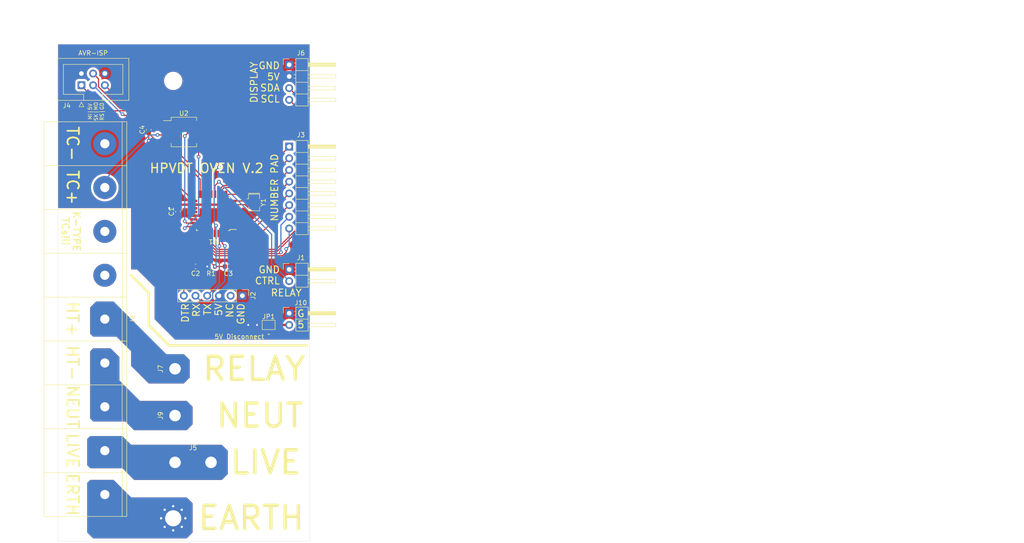
<source format=kicad_pcb>
(kicad_pcb (version 20221018) (generator pcbnew)
  (title_block (title "Oven") (date "2022-03-16") (rev "2") (company "HPVDT") (comment 1 "Based off an Arduino Nano, can be used as one.") (comment 2 "screen, 5V charger, solid state relay, and a keypad.") (comment 3 "Designed to fit in an old metal power supply case along side a ") (comment 4 "Oven control board"))
  (layers (0 "F.Cu" signal) (31 "B.Cu" signal) (34 "B.Paste" user) (35 "F.Paste" user) (36 "B.SilkS" user "B.Silkscreen") (37 "F.SilkS" user "F.Silkscreen") (38 "B.Mask" user) (39 "F.Mask" user) (44 "Edge.Cuts" user))
  (net 0 "")
  (net 1 "NEUT")
  (net 2 "LINE")
  (net 3 "GNDPWR")
  (net 4 "GND")
  (net 5 "+5V")
  (net 6 "/RST")
  (net 7 "/DTR")
  (net 9 "/TC+")
  (net 10 "/RELAY")
  (net 11 "/SCL")
  (net 12 "/SDA")
  (net 13 "/COL_{3}")
  (net 15 "/ROW_{1}")
  (net 16 "/ROW_{2}")
  (net 17 "/ROW_{3}")
  (net 18 "/ROW_{4}")
  (net 19 "/COL_{1}")
  (net 20 "/COL_{2}")
  (net 21 "/MOSI")
  (net 22 "/SCK")
  (net 23 "/MISO")
  (net 24 "/TX")
  (net 25 "/RX")
  (net 26 "/MAX_{~{CS}}")
  (net 27 "/RELAY_RTN")
  (net 29 "/COL_{4}")
  (net 30 "Net-(J10-Pin_2)")
  (net 31 "/MAX_{SCK}")
  (net 32 "Net-(U1-XTAL1{slash}PB6)")
  (net 33 "Net-(U1-XTAL2{slash}PB7)")
  (net 35 "/MAX_{SO}")
  (footprint "oven:9POS-TERMBLOCK" (layer "F.Cu") (at 69.5325 114.3 -90)
    (fp_text reference "J8" (at 0 -1.27 90) (layer "F.SilkS"))
    (fp_text value "OUTPUT")
    (pad "1" thru_hole circle locked (at -38.1 4.7625 270) (size 5 5) (drill 2) (layers "*.Cu" "*.Mask") (net 4 "GND"))
    (pad "2" thru_hole circle locked (at -28.575 4.7625 270) (size 5 5) (drill 2) (layers "*.Cu" "*.Mask") (net 9 "/TC+"))
    (pad "3" thru_hole circle locked (at -19.05 4.7625 270) (size 5 5) (drill 2) (layers "*.Cu" "*.Mask"))
    (pad "4" thru_hole circle locked (at -9.525 4.7625 270) (size 5 5) (drill 2) (layers "*.Cu" "*.Mask"))
    (pad "5" thru_hole circle locked (at 0 4.7625 270) (size 5 5) (drill 2) (layers "*.Cu" "*.Mask") (net 27 "/RELAY_RTN"))
    (pad "6" thru_hole circle locked (at 9.525 4.7625 270) (size 5 5) (drill 2) (layers "*.Cu" "*.Mask") (net 1 "NEUT"))
    (pad "7" thru_hole circle locked (at 19.05 4.7625 270) (size 5 5) (drill 2) (layers "*.Cu" "*.Mask") (net 1 "NEUT"))
    (pad "8" thru_hole circle locked (at 28.575 4.7625 270) (size 5 5) (drill 2) (layers "*.Cu" "*.Mask") (net 2 "LINE"))
    (pad "9" thru_hole circle locked (at 38.1 4.7625 270) (size 5 5) (drill 2) (layers "*.Cu" "*.Mask") (net 3 "GNDPWR"))
  )
  (footprint "Package_QFP:TQFP-32_7x7mm_P0.8mm" (layer "F.Cu") (at 88.265 91.44 180)
    (fp_text reference "U1" (at 0 -6.05 180 unlocked) (layer "F.SilkS"))
    (fp_text value "ATmega328-AU")
    (pad "1" smd rect (at -4.25 -2.8 180) (size 1.6 0.55) (layers "F.Cu" "F.Paste" "F.Mask") (net 15 "/ROW_{1}"))
    (pad "2" smd rect (at -4.25 -2 180) (size 1.6 0.55) (layers "F.Cu" "F.Paste" "F.Mask") (net 29 "/COL_{4}"))
    (pad "3" smd rect (at -4.25 -1.2 180) (size 1.6 0.55) (layers "F.Cu" "F.Paste" "F.Mask") (net 4 "GND"))
    (pad "4" smd rect (at -4.25 -0.4 180) (size 1.6 0.55) (layers "F.Cu" "F.Paste" "F.Mask") (net 5 "+5V"))
    (pad "5" smd rect (at -4.25 0.4 180) (size 1.6 0.55) (layers "F.Cu" "F.Paste" "F.Mask") (net 4 "GND"))
    (pad "6" smd rect (at -4.25 1.2 180) (size 1.6 0.55) (layers "F.Cu" "F.Paste" "F.Mask") (net 5 "+5V"))
    (pad "7" smd rect (at -4.25 2 180) (size 1.6 0.55) (layers "F.Cu" "F.Paste" "F.Mask") (net 32 "Net-(U1-XTAL1{slash}PB6)"))
    (pad "8" smd rect (at -4.25 2.8 180) (size 1.6 0.55) (layers "F.Cu" "F.Paste" "F.Mask") (net 33 "Net-(U1-XTAL2{slash}PB7)"))
    (pad "9" smd rect (at -2.8 4.25 270) (size 1.6 0.55) (layers "F.Cu" "F.Paste" "F.Mask") (net 13 "/COL_{3}"))
    (pad "10" smd rect (at -2 4.25 270) (size 1.6 0.55) (layers "F.Cu" "F.Paste" "F.Mask") (net 20 "/COL_{2}"))
    (pad "11" smd rect (at -1.2 4.25 270) (size 1.6 0.55) (layers "F.Cu" "F.Paste" "F.Mask") (net 19 "/COL_{1}"))
    (pad "12" smd rect (at -0.4 4.25 270) (size 1.6 0.55) (layers "F.Cu" "F.Paste" "F.Mask") (net 10 "/RELAY"))
    (pad "13" smd rect (at 0.4 4.25 270) (size 1.6 0.55) (layers "F.Cu" "F.Paste" "F.Mask") (net 26 "/MAX_{~{CS}}"))
    (pad "14" smd rect (at 1.2 4.25 270) (size 1.6 0.55) (layers "F.Cu" "F.Paste" "F.Mask"))
    (pad "15" smd rect (at 2 4.25 270) (size 1.6 0.55) (layers "F.Cu" "F.Paste" "F.Mask") (net 21 "/MOSI"))
    (pad "16" smd rect (at 2.8 4.25 270) (size 1.6 0.55) (layers "F.Cu" "F.Paste" "F.Mask") (net 23 "/MISO"))
    (pad "17" smd rect (at 4.25 2.8 180) (size 1.6 0.55) (layers "F.Cu" "F.Paste" "F.Mask") (net 22 "/SCK"))
    (pad "18" smd rect (at 4.25 2 180) (size 1.6 0.55) (layers "F.Cu" "F.Paste" "F.Mask") (net 5 "+5V"))
    (pad "19" smd rect (at 4.25 1.2 180) (size 1.6 0.55) (layers "F.Cu" "F.Paste" "F.Mask"))
    (pad "20" smd rect (at 4.25 0.4 180) (size 1.6 0.55) (layers "F.Cu" "F.Paste" "F.Mask"))
    (pad "21" smd rect (at 4.25 -0.4 180) (size 1.6 0.55) (layers "F.Cu" "F.Paste" "F.Mask") (net 4 "GND"))
    (pad "22" smd rect (at 4.25 -1.2 180) (size 1.6 0.55) (layers "F.Cu" "F.Paste" "F.Mask"))
    (pad "23" smd rect (at 4.25 -2 180) (size 1.6 0.55) (layers "F.Cu" "F.Paste" "F.Mask") (net 35 "/MAX_{SO}"))
    (pad "24" smd rect (at 4.25 -2.8 180) (size 1.6 0.55) (layers "F.Cu" "F.Paste" "F.Mask") (net 31 "/MAX_{SCK}"))
    (pad "25" smd rect (at 2.8 -4.25 270) (size 1.6 0.55) (layers "F.Cu" "F.Paste" "F.Mask") (net 18 "/ROW_{4}"))
    (pad "26" smd rect (at 2 -4.25 270) (size 1.6 0.55) (layers "F.Cu" "F.Paste" "F.Mask") (net 17 "/ROW_{3}"))
    (pad "27" smd rect (at 1.2 -4.25 270) (size 1.6 0.55) (layers "F.Cu" "F.Paste" "F.Mask") (net 12 "/SDA"))
    (pad "28" smd rect (at 0.4 -4.25 270) (size 1.6 0.55) (layers "F.Cu" "F.Paste" "F.Mask") (net 11 "/SCL"))
    (pad "29" smd rect (at -0.4 -4.25 270) (size 1.6 0.55) (layers "F.Cu" "F.Paste" "F.Mask") (net 6 "/RST"))
    (pad "30" smd rect (at -1.2 -4.25 270) (size 1.6 0.55) (layers "F.Cu" "F.Paste" "F.Mask") (net 25 "/RX"))
    (pad "31" smd rect (at -2 -4.25 270) (size 1.6 0.55) (layers "F.Cu" "F.Paste" "F.Mask") (net 24 "/TX"))
    (pad "32" smd rect (at -2.8 -4.25 270) (size 1.6 0.55) (layers "F.Cu" "F.Paste" "F.Mask") (net 16 "/ROW_{2}"))
  )
  (footprint "MountingHole:MountingHole_3.5mm_Pad_Via" (layer "F.Cu") (at 79.61 157.56)
    (fp_text reference "H1")
    (fp_text value "M3")
    (pad "1" thru_hole circle locked (at -2.625 0) (size 0.8 0.8) (drill 0.5) (layers "*.Cu" "*.Mask") (net 3 "GNDPWR"))
    (pad "1" thru_hole circle locked (at -1.856155 -1.856155) (size 0.8 0.8) (drill 0.5) (layers "*.Cu" "*.Mask") (net 3 "GNDPWR"))
    (pad "1" thru_hole circle locked (at -1.856155 1.856155) (size 0.8 0.8) (drill 0.5) (layers "*.Cu" "*.Mask") (net 3 "GNDPWR"))
    (pad "1" thru_hole circle locked (at 0 -2.625) (size 0.8 0.8) (drill 0.5) (layers "*.Cu" "*.Mask") (net 3 "GNDPWR"))
    (pad "1" thru_hole circle locked (at 0 0) (size 7 7) (drill 3.5) (layers "*.Cu" "*.Mask") (net 3 "GNDPWR"))
    (pad "1" thru_hole circle locked (at 0 2.625) (size 0.8 0.8) (drill 0.5) (layers "*.Cu" "*.Mask") (net 3 "GNDPWR"))
    (pad "1" thru_hole circle locked (at 1.856155 -1.856155) (size 0.8 0.8) (drill 0.5) (layers "*.Cu" "*.Mask") (net 3 "GNDPWR"))
    (pad "1" thru_hole circle locked (at 1.856155 1.856155) (size 0.8 0.8) (drill 0.5) (layers "*.Cu" "*.Mask") (net 3 "GNDPWR"))
    (pad "1" thru_hole circle locked (at 2.625 0) (size 0.8 0.8) (drill 0.5) (layers "*.Cu" "*.Mask") (net 3 "GNDPWR"))
  )
  (footprint "MountingHole:MountingHole_3.5mm" (layer "F.Cu") (at 79.61 62.56)
    (fp_text reference "H2")
    (fp_text value "M3")
    (pad "" np_thru_hole circle locked (at 0 0) (size 3.5 3.5) (drill 3.5) (layers "*.Cu" "*.Mask"))
  )
  (footprint "Capacitor_SMD:C_0603_1608Metric" (layer "F.Cu") (at 74.295 73.165 -90)
    (fp_text reference "C4" (at -0.013 1.397 90) (layer "F.SilkS"))
    (fp_text value "100n")
    (pad "1" smd roundrect (at -0.775 0 270) (size 0.9 0.95) (layers "F.Cu" "F.Paste" "F.Mask") (net 4 "GND"))
    (pad "2" smd roundrect (at 0.775 0 270) (size 0.9 0.95) (layers "F.Cu" "F.Paste" "F.Mask") (net 5 "+5V"))
  )
  (footprint "Capacitor_SMD:C_0603_1608Metric" (layer "F.Cu") (at 91.58 102.87 180)
    (fp_text reference "C3" (at 0 -1.524) (layer "F.SilkS"))
    (fp_text value "4n7")
    (pad "1" smd roundrect (at -0.775 0 180) (size 0.9 0.95) (layers "F.Cu" "F.Paste" "F.Mask") (net 4 "GND"))
    (pad "2" smd roundrect (at 0.775 0 180) (size 0.9 0.95) (layers "F.Cu" "F.Paste" "F.Mask") (net 6 "/RST"))
  )
  (footprint "Capacitor_SMD:C_0603_1608Metric" (layer "F.Cu") (at 84.455 102.87)
    (fp_text reference "C2" (at 0 1.524) (layer "F.SilkS"))
    (fp_text value "100n")
    (pad "1" smd roundrect (at -0.775 0) (size 0.9 0.95) (layers "F.Cu" "F.Paste" "F.Mask") (net 7 "/DTR"))
    (pad "2" smd roundrect (at 0.775 0) (size 0.9 0.95) (layers "F.Cu" "F.Paste" "F.Mask") (net 6 "/RST"))
  )
  (footprint "Capacitor_SMD:C_0603_1608Metric" (layer "F.Cu") (at 80.645 90.945 90)
    (fp_text reference "C1" (at 0 -1.43 90) (layer "F.SilkS"))
    (fp_text value "100n")
    (pad "1" smd roundrect (at -0.775 0 90) (size 0.9 0.95) (layers "F.Cu" "F.Paste" "F.Mask") (net 4 "GND"))
    (pad "2" smd roundrect (at 0.775 0 90) (size 0.9 0.95) (layers "F.Cu" "F.Paste" "F.Mask") (net 5 "+5V"))
  )
  (footprint "Connector_PinHeader_2.54mm:PinHeader_1x02_P2.54mm_Horizontal" (layer "F.Cu") (at 104.775 113.03)
    (fp_text reference "J10" (at 2.54 -2.27) (layer "F.SilkS"))
    (fp_text value "5V_IN")
    (pad "1" thru_hole rect (at 0 0) (size 1.7 1.7) (drill 1) (layers "*.Cu" "*.Mask") (net 4 "GND"))
    (pad "2" thru_hole oval (at 0 2.54) (size 1.7 1.7) (drill 1) (layers "*.Cu" "*.Mask") (net 30 "Net-(J10-Pin_2)"))
  )
  (footprint "Connector_Wire:SolderWire-2sqmm_1x01_D2mm_OD3.9mm" (layer "F.Cu") (at 80.01 125.095 90)
    (fp_text reference "J7" (at 0 -3.15 90) (layer "F.SilkS"))
    (fp_text value "RELAY_PWR")
    (pad "1" thru_hole roundrect (at 0 0 90) (size 3.9 3.9) (drill 2.5) (layers "*.Cu" "*.Mask") (roundrect_rratio 0.06410307692) (net 27 "/RELAY_RTN"))
  )
  (footprint "Connector_Wire:SolderWire-2sqmm_1x02_P7.8mm_D2mm_OD3.9mm" (layer "F.Cu") (at 80.01 145.415)
    (fp_text reference "J5" (at 3.9 -3.15) (layer "F.SilkS"))
    (fp_text value "LIVE")
    (pad "1" thru_hole roundrect (at 0 0) (size 3.9 3.9) (drill 2.5) (layers "*.Cu" "*.Mask") (roundrect_rratio 0.06410307692) (net 2 "LINE"))
    (pad "2" thru_hole circle (at 7.8 0) (size 3.9 3.9) (drill 2.5) (layers "*.Cu" "*.Mask") (net 2 "LINE"))
  )
  (footprint "Connector_PinHeader_2.54mm:PinHeader_1x02_P2.54mm_Horizontal" (layer "F.Cu") (at 104.775 103.505)
    (fp_text reference "J1" (at 2.54 -2.54) (layer "F.SilkS"))
    (fp_text value "RELAY_CTRL")
    (pad "1" thru_hole rect (at 0 0) (size 1.7 1.7) (drill 1) (layers "*.Cu" "*.Mask") (net 4 "GND"))
    (pad "2" thru_hole oval (at 0 2.54) (size 1.7 1.7) (drill 1) (layers "*.Cu" "*.Mask") (net 10 "/RELAY"))
  )
  (footprint "Connector_PinHeader_2.54mm:PinHeader_1x04_P2.54mm_Horizontal" (layer "F.Cu") (at 104.775 59.055)
    (fp_text reference "J6" (at 2.54 -2.54) (layer "F.SilkS"))
    (fp_text value "DISPLAY")
    (pad "1" thru_hole rect (at 0 0) (size 1.7 1.7) (drill 1) (layers "*.Cu" "*.Mask") (net 4 "GND"))
    (pad "2" thru_hole oval (at 0 2.54) (size 1.7 1.7) (drill 1) (layers "*.Cu" "*.Mask") (net 5 "+5V"))
    (pad "3" thru_hole oval (at 0 5.08) (size 1.7 1.7) (drill 1) (layers "*.Cu" "*.Mask") (net 12 "/SDA"))
    (pad "4" thru_hole oval (at 0 7.62) (size 1.7 1.7) (drill 1) (layers "*.Cu" "*.Mask") (net 11 "/SCL"))
  )
  (footprint "Connector_PinHeader_2.54mm:PinHeader_1x08_P2.54mm_Horizontal" (layer "F.Cu") (at 104.775 76.835)
    (fp_text reference "J3" (at 2.54 -2.54) (layer "F.SilkS"))
    (fp_text value "NUMPAD")
    (pad "1" thru_hole rect (at 0 0) (size 1.7 1.7) (drill 1) (layers "*.Cu" "*.Mask") (net 19 "/COL_{1}"))
    (pad "2" thru_hole oval (at 0 2.54) (size 1.7 1.7) (drill 1) (layers "*.Cu" "*.Mask") (net 20 "/COL_{2}"))
    (pad "3" thru_hole oval (at 0 5.08) (size 1.7 1.7) (drill 1) (layers "*.Cu" "*.Mask") (net 13 "/COL_{3}"))
    (pad "4" thru_hole oval (at 0 7.62) (size 1.7 1.7) (drill 1) (layers "*.Cu" "*.Mask") (net 29 "/COL_{4}"))
    (pad "5" thru_hole oval (at 0 10.16) (size 1.7 1.7) (drill 1) (layers "*.Cu" "*.Mask") (net 15 "/ROW_{1}"))
    (pad "6" thru_hole oval (at 0 12.7) (size 1.7 1.7) (drill 1) (layers "*.Cu" "*.Mask") (net 16 "/ROW_{2}"))
    (pad "7" thru_hole oval (at 0 15.24) (size 1.7 1.7) (drill 1) (layers "*.Cu" "*.Mask") (net 17 "/ROW_{3}"))
    (pad "8" thru_hole oval (at 0 17.78) (size 1.7 1.7) (drill 1) (layers "*.Cu" "*.Mask") (net 18 "/ROW_{4}"))
  )
  (footprint "Connector_PinHeader_2.54mm:PinHeader_1x06_P2.54mm_Vertical" (layer "F.Cu") (at 94.615 109.22 -90)
    (fp_text reference "J2" (at 0 -2.33 90) (layer "F.SilkS"))
    (fp_text value "SERIAL")
    (pad "1" thru_hole rect (at 0 0 270) (size 1.7 1.7) (drill 1) (layers "*.Cu" "*.Mask") (net 4 "GND"))
    (pad "2" thru_hole oval (at 0 2.54 270) (size 1.7 1.7) (drill 1) (layers "*.Cu" "*.Mask"))
    (pad "3" thru_hole oval (at 0 5.08 270) (size 1.7 1.7) (drill 1) (layers "*.Cu" "*.Mask") (net 5 "+5V"))
    (pad "4" thru_hole oval (at 0 7.62 270) (size 1.7 1.7) (drill 1) (layers "*.Cu" "*.Mask") (net 25 "/RX"))
    (pad "5" thru_hole oval (at 0 10.16 270) (size 1.7 1.7) (drill 1) (layers "*.Cu" "*.Mask") (net 24 "/TX"))
    (pad "6" thru_hole oval (at 0 12.7 270) (size 1.7 1.7) (drill 1) (layers "*.Cu" "*.Mask") (net 7 "/DTR"))
  )
  (footprint "Jumper:SolderJumper-2_P1.3mm_Bridged_Pad1.0x1.5mm" (layer "F.Cu") (at 100.315 115.57)
    (fp_text reference "JP1" (at 0 -1.8) (layer "F.SilkS"))
    (fp_text value "5V_{SUP}")
    (fp_poly (pts (xy -0.25 -0.3) (xy 0.25 -0.3) (xy 0.25 0.3) (xy -0.25 0.3)) (fill solid) (layer "F.Cu"))
    (pad "1" smd rect (at -0.65 0) (size 1 1.5) (layers "F.Cu" "F.Mask") (net 5 "+5V"))
    (pad "2" smd rect (at 0.65 0) (size 1 1.5) (layers "F.Cu" "F.Mask") (net 30 "Net-(J10-Pin_2)"))
  )
  (footprint "Resistor_SMD:R_0603_1608Metric" (layer "F.Cu") (at 87.82 102.87)
    (fp_text reference "R1" (at 0 1.524) (layer "F.SilkS"))
    (fp_text value "10K")
    (pad "1" smd roundrect (at -0.825 0) (size 0.8 0.95) (layers "F.Cu" "F.Paste" "F.Mask") (net 5 "+5V"))
    (pad "2" smd roundrect (at 0.825 0) (size 0.8 0.95) (layers "F.Cu" "F.Paste" "F.Mask") (net 6 "/RST"))
  )
  (footprint "Package_SO:SO-8_5.3x6.2mm_P1.27mm" (layer "F.Cu") (at 81.915 73.66)
    (fp_text reference "U2" (at 0 -4.05) (layer "F.SilkS"))
    (fp_text value "MAX6675")
    (pad "1" smd roundrect (at -3.5 -1.905) (size 1.9 0.6) (layers "F.Cu" "F.Paste" "F.Mask") (net 4 "GND"))
    (pad "2" smd roundrect (at -3.5 -0.635) (size 1.9 0.6) (layers "F.Cu" "F.Paste" "F.Mask") (net 4 "GND"))
    (pad "3" smd roundrect (at -3.5 0.635) (size 1.9 0.6) (layers "F.Cu" "F.Paste" "F.Mask") (net 9 "/TC+"))
    (pad "4" smd roundrect (at -3.5 1.905) (size 1.9 0.6) (layers "F.Cu" "F.Paste" "F.Mask") (net 5 "+5V"))
    (pad "5" smd roundrect (at 3.5 1.905) (size 1.9 0.6) (layers "F.Cu" "F.Paste" "F.Mask") (net 31 "/MAX_{SCK}"))
    (pad "6" smd roundrect (at 3.5 0.635) (size 1.9 0.6) (layers "F.Cu" "F.Paste" "F.Mask") (net 26 "/MAX_{~{CS}}"))
    (pad "7" smd roundrect (at 3.5 -0.635) (size 1.9 0.6) (layers "F.Cu" "F.Paste" "F.Mask") (net 35 "/MAX_{SO}"))
    (pad "8" smd roundrect (at 3.5 -1.905) (size 1.9 0.6) (layers "F.Cu" "F.Paste" "F.Mask"))
  )
  (footprint "Crystal:Resonator_SMD_muRata_CSTxExxV-3Pin_3.0x1.1mm" (layer "F.Cu") (at 97.155 88.97 -90)
    (fp_text reference "Y1" (at 0 -2 90) (layer "F.SilkS"))
    (fp_text value "16M")
    (pad "1" smd rect (at -1.2 0 270) (size 0.4 1.9) (layers "F.Cu" "F.Paste" "F.Mask") (net 33 "Net-(U1-XTAL2{slash}PB7)"))
    (pad "2" smd rect (at 0 0 270) (size 0.4 1.9) (layers "F.Cu" "F.Paste" "F.Mask") (net 4 "GND"))
    (pad "3" smd rect (at 1.2 0 270) (size 0.4 1.9) (layers "F.Cu" "F.Paste" "F.Mask") (net 32 "Net-(U1-XTAL1{slash}PB6)"))
  )
  (footprint "Connector_Wire:SolderWire-2sqmm_1x01_D2mm_OD3.9mm" (layer "F.Cu") (at 80.01 135.255 90)
    (fp_text reference "J9" (at 0 -3.15 90) (layer "F.SilkS"))
    (fp_text value "NEUTRAL")
    (pad "1" thru_hole roundrect (at 0 0 90) (size 3.9 3.9) (drill 2.5) (layers "*.Cu" "*.Mask") (roundrect_rratio 0.06410307692) (net 1 "NEUT"))
  )
  (footprint "Connector_IDC:IDC-Header_2x03_P2.54mm_Vertical" (layer "F.Cu") (at 59.69 63.5 90)
    (fp_text reference "J4" (at -4.445 -3.175 180) (layer "F.SilkS"))
    (fp_text value "AVR-ISP-6")
    (pad "1" thru_hole roundrect (at 0 0 90) (size 1.7 1.7) (drill 1) (layers "*.Cu" "*.Mask") (roundrect_rratio 0.1470588235) (net 23 "/MISO"))
    (pad "2" thru_hole circle (at 2.54 0 90) (size 1.7 1.7) (drill 1) (layers "*.Cu" "*.Mask") (net 5 "+5V"))
    (pad "3" thru_hole circle (at 0 2.54 90) (size 1.7 1.7) (drill 1) (layers "*.Cu" "*.Mask") (net 22 "/SCK"))
    (pad "4" thru_hole circle (at 2.54 2.54 90) (size 1.7 1.7) (drill 1) (layers "*.Cu" "*.Mask") (net 21 "/MOSI"))
    (pad "5" thru_hole circle (at 0 5.08 90) (size 1.7 1.7) (drill 1) (layers "*.Cu" "*.Mask") (net 6 "/RST"))
    (pad "6" thru_hole circle (at 2.54 5.08 90) (size 1.7 1.7) (drill 1) (layers "*.Cu" "*.Mask") (net 4 "GND"))
  )
  (gr_line (start 70.485 104.775) (end 74.295 108.585) (stroke (width 0.5)) (layer "F.SilkS"))
  (gr_line (start 74.295 115.57) (end 78.74 120.015) (stroke (width 0.5)) (layer "F.SilkS"))
  (gr_line (start 74.295 108.585) (end 74.295 115.57) (stroke (width 0.5)) (layer "F.SilkS"))
  (gr_line (start 78.74 120.015) (end 108.585 120.015) (stroke (width 0.5)) (layer "F.SilkS"))
  (gr_line (start 109.22 162.56) (end 54.61 162.56) (stroke (width 0.05)) (layer "Edge.Cuts"))
  (gr_line (start 54.61 162.56) (end 54.61 54.61) (stroke (width 0.05)) (layer "Edge.Cuts"))
  (gr_line (start 109.22 125.73) (end 109.22 162.56) (stroke (width 0.05)) (layer "Edge.Cuts"))
  (gr_line (start 54.61 54.61) (end 109.22 54.61) (stroke (width 0.05)) (layer "Edge.Cuts"))
  (gr_line (start 109.22 54.61) (end 109.22 110.49) (stroke (width 0.05)) (layer "Edge.Cuts"))
  (gr_line (start 109.22 110.49) (end 109.22 125.73) (stroke (width 0.05)) (layer "Edge.Cuts"))
  (gr_text "TC+" (at 57.785 85.725 -90) (layer "F.SilkS") (effects (font (size 2.5 2.5) (thickness 0.375))))
  (gr_text "5V Disconnect ^" (at 94.615 118.11) (layer "F.SilkS") (effects (font (size 1 1))))
  (gr_text "LIVE" (at 57.785 142.875 -90) (layer "F.SilkS") (effects (font (size 2.5 2.5) (thickness 0.375))))
  (gr_text "NEUT" (at 57.785 133.35 -90) (layer "F.SilkS") (effects (font (size 2.5 2.5) (thickness 0.375))))
  (gr_text "HT-" (at 57.785 123.825 -90) (layer "F.SilkS") (effects (font (size 2.5 2.5) (thickness 0.375))))
  (gr_text "K-TYPE\nTCs!!!" (at 57.404 95.25 -90) (layer "F.SilkS") (effects (font (size 1.5 1.5) (thickness 0.3))))
  (gr_text "DISPLAY" (at 97.155 62.865 90) (layer "F.SilkS") (effects (font (size 1.5 1.5) (thickness 0.225))))
  (gr_text "NEUT" (at 98.425 135.255) (layer "F.SilkS") (effects (font (size 5 5) (thickness 0.75))))
  (gr_text "EARTH" (at 96.52 157.48) (layer "F.SilkS") (effects (font (size 5 5) (thickness 0.75))))
  (gr_text "DTR\nRX\nTX\n5V\nNC\nGND" (at 88.265 110.744 90) (layer "F.SilkS") (effects (font (size 1.5 1.5) (thickness 0.225)) (justify right)))
  (gr_text "GND\nCTRL" (at 102.87 104.775) (layer "F.SilkS") (effects (font (size 1.5 1.5) (thickness 0.225)) (justify right)))
  (gr_text "TC-" (at 57.785 76.2 -90) (layer "F.SilkS") (effects (font (size 2.5 2.5) (thickness 0.375))))
  (gr_text "RELAY" (at 104.14 108.585) (layer "F.SilkS") (effects (font (size 1.5 1.5) (thickness 0.225))))
  (gr_text "HT+" (at 57.785 114.3 -90) (layer "F.SilkS") (effects (font (size 2.5 2.5) (thickness 0.375))))
  (gr_text "ERTH" (at 57.785 152.4 -90) (layer "F.SilkS") (effects (font (size 2.5 2.5) (thickness 0.375))))
  (gr_text "G\n5" (at 107.315 114.3) (layer "F.SilkS") (effects (font (size 1.5 1.5) (thickness 0.225))))
  (gr_text "RELAY" (at 97.155 125.095) (layer "F.SilkS") (effects (font (size 5 5) (thickness 0.75))))
  (gr_text "MI|5V\nSK|MO\nRS|GD" (at 62.865 69.215 90) (layer "F.SilkS") (effects (font (size 0.8 0.8) (thickness 0.12))))
  (gr_text "AVR-ISP" (at 62.23 56.515) (layer "F.SilkS") (effects (font (size 1 1))))
  (gr_text "GND\n5V\nSDA\nSCL" (at 102.87 62.865) (layer "F.SilkS") (effects (font (size 1.5 1.5) (thickness 0.225)) (justify right)))
  (gr_text "HPVDT OVEN V.${REVISION}" (at 86.868 81.534) (layer "F.SilkS") (effects (font (size 2 2) (thickness 0.3))))
  (gr_text "LIVE" (at 99.695 145.415) (layer "F.SilkS") (effects (font (size 5 5) (thickness 0.75))))
  (gr_text "NUMBER PAD" (at 101.6 85.725 90) (layer "F.SilkS") (effects (font (size 1.5 1.5) (thickness 0.225))))
  (segment (start 91.654998 92.64) (end 92.515 92.64) (width 0.25) (layer "F.Cu") (net 4))
  (segment (start 91.429998 92.64) (end 90.629998 91.84) (width 0.5) (layer "F.Cu") (net 4))
  (segment (start 92.515 92.64) (end 91.429998 92.64) (width 0.5) (layer "F.Cu") (net 4))
  (segment (start 91.264999 91.204999) (end 91.264999 92.475001) (width 0.5) (layer "F.Cu") (net 4))
  (segment (start 90.854998 91.84) (end 91.654998 92.64) (width 0.25) (layer "F.Cu") (net 4))
  (segment (start 99.695 89.535) (end 96.59 92.64) (width 0.25) (layer "F.Cu") (net 4))
  (segment (start 92.515 91.04) (end 91.429998 91.04) (width 0.5) (layer "F.Cu") (net 4))
  (segment (start 84.015 91.84) (end 90.854998 91.84) (width 0.25) (layer "F.Cu") (net 4))
  (segment (start 99.13 88.97) (end 99.695 89.535) (width 0.25) (layer "F.Cu") (net 4))
  (segment (start 90.629998 91.84) (end 84.015 91.84) (width 0.5) (layer "F.Cu") (net 4))
  (segment (start 80.765 91.84) (end 80.645 91.72) (width 0.5) (layer "F.Cu") (net 4))
  (segment (start 91.429998 91.04) (end 91.264999 91.204999) (width 0.5) (layer "F.Cu") (net 4))
  (segment (start 96.59 92.64) (end 92.515 92.64) (width 0.25) (layer "F.Cu") (net 4))
  (segment (start 84.015 91.84) (end 80.765 91.84) (width 0.5) (layer "F.Cu") (net 4))
  (segment (start 97.155 88.97) (end 99.13 88.97) (width 0.25) (layer "F.Cu") (net 4))
  (segment (start 91.264999 92.475001) (end 91.429998 92.64) (width 0.5) (layer "F.Cu") (net 4))
  (segment (start 93.600002 91.84) (end 92.515 91.84) (width 0.5) (layer "F.Cu") (net 5))
  (segment (start 92.515 90.24) (end 93.600002 90.24) (width 0.5) (layer "F.Cu") (net 5))
  (segment (start 81.375 89.44) (end 84.015 89.44) (width 0.5) (layer "F.Cu") (net 5))
  (segment (start 91.429998 90.24) (end 92.515 90.24) (width 0.5) (layer "F.Cu") (net 5))
  (segment (start 93.765001 90.404999) (end 93.765001 91.675001) (width 0.5) (layer "F.Cu") (net 5))
  (segment (start 99.665 115.57) (end 97.79 115.57) (width 0.5) (layer "F.Cu") (net 5))
  (segment (start 74.295 73.94) (end 74.295 75.565) (width 0.25) (layer "F.Cu") (net 5))
  (segment (start 95.885 115.57) (end 97.79 115.57) (width 0.5) (layer "F.Cu") (net 5))
  (segment (start 93.765001 91.675001) (end 93.600002 91.84) (width 0.5) (layer "F.Cu") (net 5))
  (segment (start 93.600002 90.24) (end 93.765001 90.404999) (width 0.5) (layer "F.Cu") (net 5))
  (segment (start 78.74 90.17) (end 80.645 90.17) (width 0.5) (layer "F.Cu") (net 5))
  (segment (start 90.629998 89.44) (end 91.429998 90.24) (width 0.5) (layer "F.Cu") (net 5))
  (segment (start 84.015 89.44) (end 90.629998 89.44) (width 0.5) (layer "F.Cu") (net 5))
  (segment (start 80.645 90.17) (end 81.375 89.44) (width 0.5) (layer "F.Cu") (net 5))
  (segment (start 74.295 73.94) (end 75.92 75.565) (width 0.25) (layer "F.Cu") (net 5))
  (segment (start 75.92 75.565) (end 78.415 75.565) (width 0.25) (layer "F.Cu") (net 5))
  (via (at 95.885 115.57) (size 0.8) (drill 0.4) (layers "F.Cu" "B.Cu") (net 5))
  (via (at 74.295 75.565) (size 0.8) (drill 0.4) (layers "F.Cu" "B.Cu") (net 5))
  (via (at 86.995 102.87) (size 0.8) (drill 0.4) (layers "F.Cu" "B.Cu") (net 5))
  (via (at 97.79 115.57) (size 0.8) (drill 0.4) (layers "F.Cu" "B.Cu") (net 5))
  (via (at 78.74 90.17) (size 0.8) (drill 0.4) (layers "F.Cu" "B.Cu") (net 5))
  (segment (start 74.295 75.565) (end 74.295 90.17) (width 0.25) (layer "B.Cu") (net 5))
  (segment (start 78.74 90.17) (end 74.295 90.17) (width 0.25) (layer "B.Cu") (net 5))
  (segment (start 95.885 115.57) (end 89.535 109.22) (width 0.5) (layer "B.Cu") (net 5))
  (segment (start 74.295 90.17) (end 86.995 102.87) (width 0.25) (layer "B.Cu") (net 5))
  (segment (start 67.945 66.675) (end 85.72782 66.675) (width 0.25) (layer "F.Cu") (net 6))
  (segment (start 64.77 63.5) (end 67.945 66.675) (width 0.25) (layer "F.Cu") (net 6))
  (segment (start 88.645 102.87) (end 90.805 102.87) (width 0.25) (layer "F.Cu") (net 6))
  (segment (start 88.665 94.215) (end 88.9 93.98) (width 0.25) (layer "F.Cu") (net 6))
  (segment (start 85.72782 66.675) (end 89.535 70.48218) (width 0.25) (layer "F.Cu") (net 6))
  (segment (start 88.665 95.69) (end 88.665 94.215) (width 0.25) (layer "F.Cu") (net 6))
  (segment (start 89.535 70.48218) (end 89.535 81.28) (width 0.25) (layer "F.Cu") (net 6))
  (segment (start 85.23 102.87) (end 86.03001 102.06999) (width 0.25) (layer "F.Cu") (net 6))
  (segment (start 86.03001 102.06999) (end 87.84499 102.06999) (width 0.25) (layer "F.Cu") (net 6))
  (segment (start 87.84499 102.06999) (end 88.645 102.87) (width 0.25) (layer "F.Cu") (net 6))
  (via (at 88.645 102.87) (size 0.8) (drill 0.4) (layers "F.Cu" "B.Cu") (net 6))
  (via (at 89.535 81.28) (size 0.8) (drill 0.4) (layers "F.Cu" "B.Cu") (net 6))
  (via (at 88.9 93.98) (size 0.8) (drill 0.4) (layers "F.Cu" "B.Cu") (net 6))
  (segment (start 88.500001 82.314999) (end 89.535 81.28) (width 0.25) (layer "B.Cu") (net 6))
  (segment (start 88.500001 93.580001) (end 88.500001 82.314999) (width 0.25) (layer "B.Cu") (net 6))
  (segment (start 88.9 102.615) (end 88.645 102.87) (width 0.25) (layer "B.Cu") (net 6))
  (segment (start 88.9 93.98) (end 88.9 102.615) (width 0.25) (layer "B.Cu") (net 6))
  (segment (start 88.9 93.98) (end 88.500001 93.580001) (width 0.25) (layer "B.Cu") (net 6))
  (segment (start 81.915 104.635) (end 83.68 102.87) (width 0.25) (layer "F.Cu") (net 7))
  (segment (start 81.915 109.22) (end 81.915 104.635) (width 0.25) (layer "F.Cu") (net 7))
  (segment (start 78.415 74.295) (end 76.2 74.295) (width 0.25) (layer "F.Cu") (net 9))
  (via (at 76.2 74.295) (size 0.8) (drill 0.4) (layers "F.Cu" "B.Cu") (net 9))
  (segment (start 76.2 74.295) (end 74.491998 74.295) (width 0.25) (layer "B.Cu") (net 9))
  (segment (start 64.77 84.016998) (end 64.77 85.725) (width 0.25) (layer "B.Cu") (net 9))
  (segment (start 74.491998 74.295) (end 64.77 84.016998) (width 0.25) (layer "B.Cu") (net 9))
  (segment (start 88.665 87.19) (end 88.665 85.325) (width 0.25) (layer "F.Cu") (net 10))
  (segment (start 88.665 85.325) (end 89.535 84.455) (width 0.25) (layer "F.Cu") (net 10))
  (via (at 89.535 84.455) (size 0.8) (drill 0.4) (layers "F.Cu" "B.Cu") (net 10))
  (segment (start 89.535 84.455) (end 100.965 95.885) (width 0.25) (layer "B.Cu") (net 10))
  (segment (start 104.775 106.045) (end 100.965 102.235) (width 0.25) (layer "B.Cu") (net 10))
  (segment (start 100.965 95.885) (end 100.965 102.235) (width 0.25) (layer "B.Cu") (net 10))
  (segment (start 106.68 68.58) (end 106.68 94.449002) (width 0.25) (layer "F.Cu") (net 11))
  (segment (start 89.276999 99.150001) (end 87.865 97.738002) (width 0.25) (layer "F.Cu") (net 11))
  (segment (start 101.979001 99.150001) (end 89.276999 99.150001) (width 0.25) (layer "F.Cu") (net 11))
  (segment (start 104.775 66.675) (end 106.68 68.58) (width 0.25) (layer "F.Cu") (net 11))
  (segment (start 87.865 97.738002) (end 87.865 95.69) (width 0.25) (layer "F.Cu") (net 11))
  (segment (start 106.68 94.449002) (end 101.979001 99.150001) (width 0.25) (layer "F.Cu") (net 11))
  (segment (start 87.065 97.574412) (end 89.090599 99.600011) (width 0.25) (layer "F.Cu") (net 12))
  (segment (start 102.165402 99.60001) (end 107.13001 94.635402) (width 0.25) (layer "F.Cu") (net 12))
  (segment (start 107.13001 94.635402) (end 107.13001 66.49001) (width 0.25) (layer "F.Cu") (net 12))
  (segment (start 107.13001 66.49001) (end 104.775 64.135) (width 0.25) (layer "F.Cu") (net 12))
  (segment (start 89.090599 99.600011) (end 102.165402 99.60001) (width 0.25) (layer "F.Cu") (net 12))
  (segment (start 87.065 95.69) (end 87.065 97.574412) (width 0.25) (layer "F.Cu") (net 12))
  (segment (start 91.065 87.19) (end 99.5 87.19) (width 0.25) (layer "F.Cu") (net 13))
  (segment (start 99.5 87.19) (end 104.775 81.915) (width 0.25) (layer "F.Cu") (net 13))
  (segment (start 97.53 94.24) (end 104.775 86.995) (width 0.25) (layer "F.Cu") (net 15))
  (segment (start 92.515 94.24) (end 97.53 94.24) (width 0.25) (layer "F.Cu") (net 15))
  (segment (start 91.065 95.69) (end 98.62 95.69) (width 0.25) (layer "F.Cu") (net 16))
  (segment (start 98.62 95.69) (end 104.775 89.535) (width 0.25) (layer "F.Cu") (net 16))
  (segment (start 86.265 97.41082) (end 88.9042 100.05002) (width 0.25) (layer "F.Cu") (net 17))
  (segment (start 102.740698 100.05002) (end 102.982859 99.807859) (width 0.25) (layer "F.Cu") (net 17))
  (segment (start 86.265 95.69) (end 86.265 97.41082) (width 0.25) (layer "F.Cu") (net 17))
  (segment (start 88.9042 100.05002) (end 102.740698 100.05002) (width 0.25) (layer "F.Cu") (net 17))
  (via (at 102.982859 99.807859) (size 0.8) (drill 0.4) (layers "F.Cu" "B.Cu") (net 17))
  (segment (start 102.982859 93.867141) (end 104.775 92.075) (width 0.25) (layer "B.Cu") (net 17))
  (segment (start 102.982859 99.807859) (end 102.982859 93.867141) (width 0.25) (layer "B.Cu") (net 17))
  (segment (start 88.75063 100.53286) (end 85.465 97.24723) (width 0.25) (layer "F.Cu") (net 18))
  (segment (start 85.465 97.24723) (end 85.465 95.69) (width 0.25) (layer "F.Cu") (net 18))
  (segment (start 104.14 99.06) (end 104.14 99.72372) (width 0.25) (layer "F.Cu") (net 18))
  (segment (start 104.14 99.72372) (end 103.33086 100.53286) (width 0.25) (layer "F.Cu") (net 18))
  (segment (start 103.33086 100.53286) (end 88.75063 100.53286) (width 0.25) (layer "F.Cu") (net 18))
  (via (at 104.14 99.06) (size 0.8) (drill 0.4) (layers "F.Cu" "B.Cu") (net 18))
  (segment (start 104.775 94.615) (end 104.775 98.425) (width 0.25) (layer "B.Cu") (net 18))
  (segment (start 104.775 98.425) (end 104.14 99.06) (width 0.25) (layer "B.Cu") (net 18))
  (segment (start 99.5086 85.27499) (end 90.493599 85.274991) (width 0.25) (layer "F.Cu") (net 19))
  (segment (start 104.775 76.835) (end 102.235 79.375) (width 0.25) (layer "F.Cu") (net 19))
  (segment (start 90.493599 85.274991) (end 89.465 86.30359) (width 0.25) (layer "F.Cu") (net 19))
  (segment (start 102.235 79.375) (end 102.235 82.54859) (width 0.25) (layer "F.Cu") (net 19))
  (segment (start 89.465 86.30359) (end 89.465 87.19) (width 0.25) (layer "F.Cu") (net 19))
  (segment (start 102.235 82.54859) (end 99.5086 85.27499) (width 0.25) (layer "F.Cu") (net 19))
  (segment (start 90.68 85.725) (end 99.695 85.725) (width 0.25) (layer "F.Cu") (net 20))
  (segment (start 102.87 81.28) (end 104.775 79.375) (width 0.25) (layer "F.Cu") (net 20))
  (segment (start 99.695 85.725) (end 102.87 82.55) (width 0.25) (layer "F.Cu") (net 20))
  (segment (start 90.265 86.14) (end 90.68 85.725) (width 0.25) (layer "F.Cu") (net 20))
  (segment (start 90.265 87.19) (end 90.265 86.14) (width 0.25) (layer "F.Cu") (net 20))
  (segment (start 102.87 82.55) (end 102.87 81.28) (width 0.25) (layer "F.Cu") (net 20))
  (segment (start 81.385489 78.835489) (end 86.265 83.715) (width 0.25) (layer "F.Cu") (net 21))
  (segment (start 86.265 83.715) (end 86.265 87.19) (width 0.25) (layer "F.Cu") (net 21))
  (segment (start 81.385489 70.835489) (end 81.385489 78.835489) (width 0.25) (layer "F.Cu") (net 21))
  (segment (start 79.11 68.56) (end 81.385489 70.835489) (width 0.25) (layer "F.Cu") (net 21))
  (segment (start 62.23 60.96) (end 63.404511 62.134511) (width 0.25) (layer "F.Cu") (net 21))
  (segment (start 68.11 68.56) (end 79.11 68.56) (width 0.25) (layer "F.Cu") (net 21))
  (segment (start 63.404511 62.134511) (end 63.404511 63.854511) (width 0.25) (layer "F.Cu") (net 21))
  (segment (start 63.404511 63.854511) (end 68.11 68.56) (width 0.25) (layer "F.Cu") (net 21))
  (segment (start 78.61 70.06) (end 80.16048 71.61048) (width 0.25) (layer "F.Cu") (net 22))
  (segment (start 68.61 69.7845) (end 68.8855 70.06) (width 0.25) (layer "F.Cu") (net 22))
  (segment (start 80.16048 71.61048) (end 80.16048 84.78548) (width 0.25) (layer "F.Cu") (net 22))
  (segment (start 80.16048 84.78548) (end 84.015 88.64) (width 0.25) (layer "F.Cu") (net 22))
  (segment (start 68.8855 70.06) (end 78.61 70.06) (width 0.25) (layer "F.Cu") (net 22))
  (via (at 68.61 69.7845) (size 0.8) (drill 0.4) (layers "F.Cu" "B.Cu") (net 22))
  (segment (start 68.5145 69.7845) (end 68.61 69.7845) (width 0.25) (layer "B.Cu") (net 22))
  (segment (start 62.23 63.5) (end 68.5145 69.7845) (width 0.25) (layer "B.Cu") (net 22))
  (segment (start 78.61 69.06) (end 65.11 69.06) (width 0.25) (layer "F.Cu") (net 23))
  (segment (start 80.61 71.06) (end 78.61 69.06) (width 0.25) (layer "F.Cu") (net 23))
  (segment (start 65.11 69.06) (end 59.69 63.64) (width 0.25) (layer "F.Cu") (net 23))
  (segment (start 80.61 79.06) (end 80.61 71.06) (width 0.25) (layer "F.Cu") (net 23))
  (segment (start 59.69 63.64) (end 59.69 63.5) (width 0.25) (layer "F.Cu") (net 23))
  (segment (start 85.465 87.19) (end 85.465 83.915) (width 0.25) (layer "F.Cu") (net 23))
  (segment (start 85.465 83.915) (end 80.61 79.06) (width 0.25) (layer "F.Cu") (net 23))
  (segment (start 90.265 95.69) (end 90.265 97.885) (width 0.25) (layer "F.Cu") (net 24))
  (segment (start 90.265 97.885) (end 90.805 98.425) (width 0.25) (layer "F.Cu") (net 24))
  (via (at 90.805 98.425) (size 0.8) (drill 0.4) (layers "F.Cu" "B.Cu") (net 24))
  (segment (start 87.559001 110.395001) (end 85.630001 110.395001) (width 0.25) (layer "B.Cu") (net 24))
  (segment (start 90.805 106.04641) (end 88.170001 108.681409) (width 0.25) (layer "B.Cu") (net 24))
  (segment (start 90.805 98.425) (end 90.805 106.04641) (width 0.25) (layer "B.Cu") (net 24))
  (segment (start 85.630001 110.395001) (end 84.455 109.22) (width 0.25) (layer "B.Cu") (net 24))
  (segment (start 88.170001 108.681409) (end 88.170001 109.784001) (width 0.25) (layer "B.Cu") (net 24))
  (segment (start 88.170001 109.784001) (end 87.559001 110.395001) (width 0.25) (layer "B.Cu") (net 24))
  (segment (start 89.625 98.425) (end 89.625 95.85) (width 0.25) (layer "F.Cu") (net 25))
  (segment (start 89.625 95.85) (end 89.465 95.69) (width 0.25) (layer "F.Cu") (net 25))
  (via (at 89.625 98.425) (size 0.8) (drill 0.4) (layers "F.Cu" "B.Cu") (net 25))
  (segment (start 89.625 106.59) (end 89.625 98.425) (width 0.25) (layer "B.Cu") (net 25))
  (segment (start 86.995 109.22) (end 89.625 106.59) (width 0.25) (layer "B.Cu") (net 25))
  (segment (start 85.766072 74.295) (end 85.415 74.295) (width 0.25) (layer "F.Cu") (net 26))
  (segment (start 87.865 87.19) (end 87.865 76.393928) (width 0.25) (layer "F.Cu") (net 26))
  (segment (start 87.865 76.393928) (end 85.766072 74.295) (width 0.25) (layer "F.Cu") (net 26))
  (segment (start 102.87 87.63) (end 97.06 93.44) (width 0.25) (layer "F.Cu") (net 29))
  (segment (start 97.06 93.44) (end 92.515 93.44) (width 0.25) (layer "F.Cu") (net 29))
  (segment (start 102.87 86.36) (end 102.87 87.63) (width 0.25) (layer "F.Cu") (net 29))
  (segment (start 104.775 84.455) (end 102.87 86.36) (width 0.25) (layer "F.Cu") (net 29))
  (segment (start 100.965 115.57) (end 104.775 115.57) (width 0.5) (layer "F.Cu") (net 30))
  (segment (start 85.11 75.87) (end 85.415 75.565) (width 0.25) (layer "F.Cu") (net 31))
  (segment (start 82.43 94.24) (end 82.11 94.56) (width 0.25) (layer "F.Cu") (net 31))
  (segment (start 85.11 79.06) (end 85.11 75.87) (width 0.25) (layer "F.Cu") (net 31))
  (segment (start 84.015 94.24) (end 82.43 94.24) (width 0.25) (layer "F.Cu") (net 31))
  (via (at 85.11 79.06) (size 0.8) (drill 0.4) (layers "F.Cu" "B.Cu") (net 31))
  (via (at 82.11 94.56) (size 0.8) (drill 0.4) (layers "F.Cu" "B.Cu") (net 31))
  (segment (start 85.11 91.56) (end 85.11 79.06) (width 0.25) (layer "B.Cu") (net 31))
  (segment (start 82.11 94.56) (end 85.11 91.56) (width 0.25) (layer "B.Cu") (net 31))
  (segment (start 95.955 90.17) (end 95.225 89.44) (width 0.25) (layer "F.Cu") (net 32))
  (segment (start 97.155 90.17) (end 95.955 90.17) (width 0.25) (layer "F.Cu") (net 32))
  (segment (start 95.225 89.44) (end 92.515 89.44) (width 0.25) (layer "F.Cu") (net 32))
  (segment (start 95.745 87.77) (end 97.155 87.77) (width 0.25) (layer "F.Cu") (net 33))
  (segment (start 92.515 88.64) (end 94.875 88.64) (width 0.25) (layer "F.Cu") (net 33))
  (segment (start 94.875 88.64) (end 95.745 87.77) (width 0.25) (layer "F.Cu") (net 33))
  (segment (start 83.645 73.025) (end 82.11 74.56) (width 0.25) (layer "F.Cu") (net 35))
  (segment (start 82.49 93.44) (end 82.11 93.06) (width 0.25) (layer "F.Cu") (net 35))
  (segment (start 84.015 93.44) (end 82.49 93.44) (width 0.25) (layer "F.Cu") (net 35))
  (segment (start 85.415 73.025) (end 83.645 73.025) (width 0.25) (layer "F.Cu") (net 35))
  (via (at 82.11 74.56) (size 0.8) (drill 0.4) (layers "F.Cu" "B.Cu") (net 35))
  (via (at 82.11 93.06) (size 0.8) (drill 0.4) (layers "F.Cu" "B.Cu") (net 35))
  (segment (start 82.11 93.06) (end 82.11 74.56) (width 0.25) (layer "B.Cu") (net 35))
  (zone (net 4) (net_name "GND") (layer "F.Cu") (connect_pads yes (clearance 0.508)) (min_thickness 0.254) (fill yes (thermal_gap 0.508) (thermal_bridge_width 0.508))
    (polygon (pts (xy 109.22 118.745) (xy 80.01 118.745) (xy 75.565 114.3) (xy 75.565 107.315) (xy 71.755 103.505) (xy 70.485 103.505) (xy 70.485 90.17) (xy 54.61 90.17) (xy 54.61 54.61) (xy 109.22 54.61)))
  )
  (zone (net 1) (net_name "NEUT") (layer "F.Cu") (connect_pads yes (clearance 0.508)) (min_thickness 0.254) (fill yes (thermal_gap 0.508) (thermal_bridge_width 0.508))
    (polygon (pts (xy 67.945 122.555) (xy 67.945 127.635) (xy 72.39 132.08) (xy 82.55 132.08) (xy 83.82 133.35) (xy 83.82 137.16) (xy 82.55 138.43) (xy 71.12 138.43) (xy 69.215 136.525) (xy 62.23 136.525) (xy 61.595 135.89) (xy 61.595 121.285) (xy 62.23 120.65) (xy 66.04 120.65)))
  )
  (zone (net 2) (net_name "LINE") (layer "F.Cu") (connect_pads yes (clearance 0.508)) (min_thickness 0.254) (fill yes (thermal_gap 0.508) (thermal_bridge_width 0.508))
    (polygon (pts (xy 70.485 141.605) (xy 90.17 141.605) (xy 91.44 142.875) (xy 91.44 147.955) (xy 90.17 149.225) (xy 71.12 149.225) (xy 68.58 146.685) (xy 61.595 146.685) (xy 60.96 146.05) (xy 60.96 140.335) (xy 61.595 139.7) (xy 68.58 139.7)))
  )
  (zone (net 3) (net_name "GNDPWR") (layer "F.Cu") (connect_pads yes (clearance 0.508)) (min_thickness 0.254) (fill yes (thermal_gap 0.508) (thermal_bridge_width 0.508))
    (polygon (pts (xy 70.485 153.035) (xy 82.55 153.035) (xy 83.82 154.305) (xy 83.82 160.655) (xy 82.55 161.925) (xy 62.23 161.925) (xy 60.96 160.655) (xy 60.96 149.86) (xy 61.595 149.225) (xy 66.675 149.225)))
  )
  (zone (net 27) (net_name "/RELAY_RTN") (layer "F.Cu") (connect_pads yes (clearance 0.508)) (min_thickness 0.254) (fill yes (thermal_gap 0.508) (thermal_bridge_width 0.508))
    (polygon (pts (xy 78.105 121.92) (xy 81.915 121.92) (xy 83.185 123.19) (xy 83.185 127) (xy 81.915 128.27) (xy 74.295 128.27) (xy 70.485 124.46) (xy 70.485 121.285) (xy 67.31 118.11) (xy 62.23 118.11) (xy 61.595 117.475) (xy 61.595 111.76) (xy 62.865 110.49) (xy 66.675 110.49)))
  )
  (zone (net 0) (net_name "") (layers "F&B.Cu") (connect_pads yes (clearance 0)) (min_thickness 0.254)
    (keepout (tracks not_allowed) (vias not_allowed) (pads allowed) (copperpour not_allowed) (footprints allowed))
    (fill (thermal_gap 0.508) (thermal_bridge_width 0.508))
    (polygon (pts (xy 61.595 105.41) (xy 53.34 105.41) (xy 53.34 104.14) (xy 61.595 104.14)))
  )
  (zone (net 0) (net_name "") (layers "F&B.Cu") (connect_pads yes (clearance 0)) (min_thickness 0.254)
    (keepout (tracks not_allowed) (vias not_allowed) (pads allowed) (copperpour not_allowed) (footprints allowed))
    (fill (thermal_gap 0.508) (thermal_bridge_width 0.508))
    (polygon (pts (xy 74.93 107.95) (xy 74.93 114.935) (xy 79.375 119.38) (xy 109.855 119.38) (xy 109.855 120.65) (xy 78.105 120.65) (xy 73.025 115.57) (xy 73.025 108.585) (xy 69.85 105.41) (xy 67.945 105.41) (xy 67.945 104.14) (xy 71.12 104.14)))
  )
  (zone (net 3) (net_name "GNDPWR") (layer "B.Cu") (connect_pads yes (clearance 0.508)) (min_thickness 0.254) (fill yes (thermal_gap 0.508) (thermal_bridge_width 0.508))
    (polygon (pts (xy 70.485 153.035) (xy 82.55 153.035) (xy 83.82 154.305) (xy 83.82 160.655) (xy 82.55 161.925) (xy 62.23 161.925) (xy 60.96 160.655) (xy 60.96 149.86) (xy 61.595 149.225) (xy 66.675 149.225)))
  )
  (zone (net 2) (net_name "LINE") (layer "B.Cu") (connect_pads yes (clearance 0.508)) (min_thickness 0.254) (fill yes (thermal_gap 0.508) (thermal_bridge_width 0.508))
    (polygon (pts (xy 70.485 141.605) (xy 90.17 141.605) (xy 91.44 142.875) (xy 91.44 147.955) (xy 90.17 149.225) (xy 71.12 149.225) (xy 68.58 146.685) (xy 61.595 146.685) (xy 60.96 146.05) (xy 60.96 140.335) (xy 61.595 139.7) (xy 68.58 139.7)))
  )
  (zone (net 1) (net_name "NEUT") (layer "B.Cu") (connect_pads yes (clearance 0.508)) (min_thickness 0.254) (fill yes (thermal_gap 0.508) (thermal_bridge_width 0.508))
    (polygon (pts (xy 67.945 122.555) (xy 67.945 127.635) (xy 72.39 132.08) (xy 82.55 132.08) (xy 83.82 133.35) (xy 83.82 137.16) (xy 82.55 138.43) (xy 71.12 138.43) (xy 69.215 136.525) (xy 62.23 136.525) (xy 61.595 135.89) (xy 61.595 121.285) (xy 62.23 120.65) (xy 66.04 120.65)))
  )
  (zone (net 27) (net_name "/RELAY_RTN") (layer "B.Cu") (connect_pads yes (clearance 0.508)) (min_thickness 0.254) (fill yes (thermal_gap 0.508) (thermal_bridge_width 0.508))
    (polygon (pts (xy 78.105 121.92) (xy 81.915 121.92) (xy 83.185 123.19) (xy 83.185 127) (xy 81.915 128.27) (xy 74.295 128.27) (xy 70.485 124.46) (xy 70.485 121.285) (xy 67.31 118.11) (xy 62.23 118.11) (xy 61.595 117.475) (xy 61.595 111.76) (xy 62.865 110.49) (xy 66.675 110.49)))
  )
  (zone (net 5) (net_name "+5V") (layer "B.Cu") (connect_pads yes (clearance 0.508)) (min_thickness 0.254) (fill yes (thermal_gap 0.508) (thermal_bridge_width 0.508))
    (polygon (pts (xy 109.22 118.745) (xy 80.01 118.745) (xy 75.565 114.3) (xy 75.565 107.315) (xy 71.755 103.505) (xy 70.485 103.505) (xy 70.485 90.17) (xy 54.61 90.17) (xy 54.61 54.61) (xy 109.22 54.61)))
  )
)
</source>
